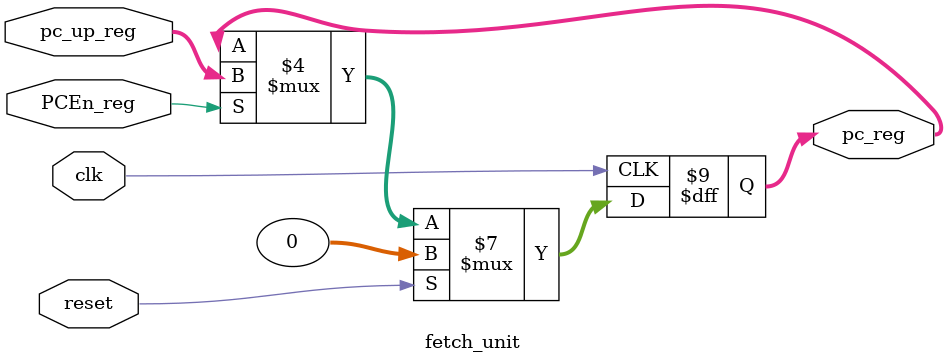
<source format=v>

module fetch_unit(
    // input ports
    input clk,
    input reset,
    input wire PCEn_reg, // enables pc register
    input wire [31:0] pc_up_reg, // ALU output (updated pc value)
    // output ports
    output reg [31:0] pc_reg // output pc register
);

//  definition
always @(posedge clk)
begin
    if (reset) begin
        pc_reg <= 0;
    end
    else if (PCEn_reg == 1'b1) begin
        pc_reg <= pc_up_reg; // pc updated to new pc value for PCEn_reg = 1
    end
    else begin
        pc_reg <= pc_reg; // pc remains instead
    end
end
endmodule
</source>
